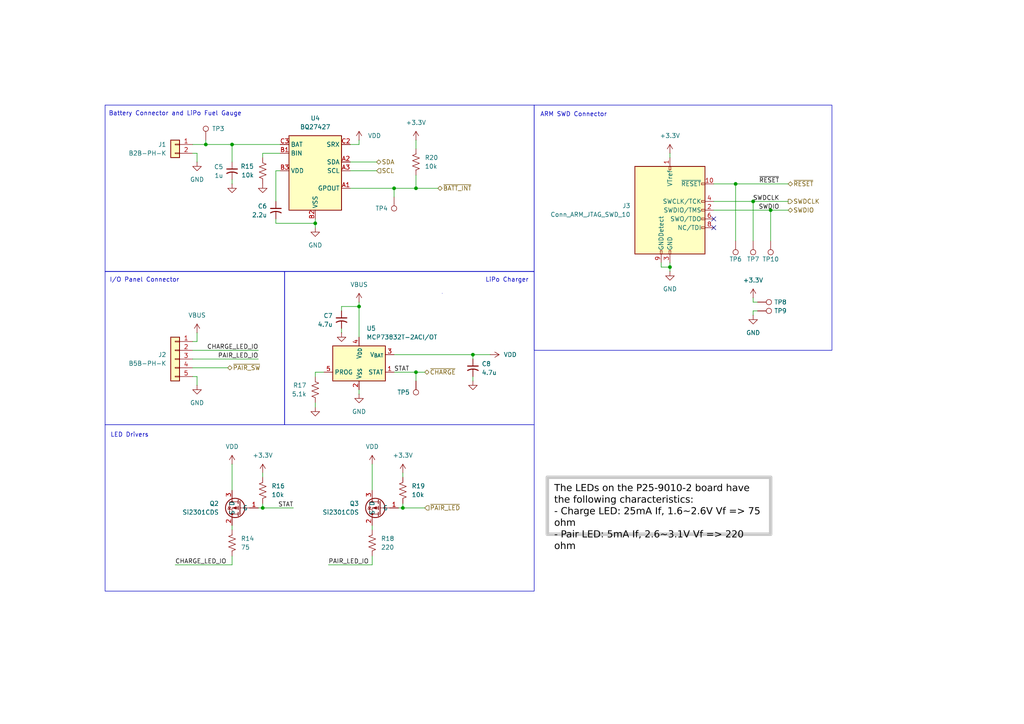
<source format=kicad_sch>
(kicad_sch (version 20250114) (generator "eeschema") (generator_version "9.0")
  (paper "A4")
  (title_block (title "Battery Interface") (rev "${REVISION}") (company "${COMPANY}"))
  (lib_symbols
    (symbol "Asym_Battery_Management:BQ27427"
      (property "Reference" "U" (at 3.302 -12.446 0))
      (property "Value" "BQ27427" (at 0 11.684 0))
      (symbol "BQ27427_1_0"
        (pin power_in line (at -10.16 7.62 0) (length 2.54) (name "BAT") (number "C3"))
        (pin input line (at -10.16 5.08 0) (length 2.54) (name "BIN") (number "B1"))
        (pin power_out line (at -10.16 0 0) (length 2.54) (name "VDD") (number "B3"))
        (pin power_out line (at 0 -13.97 90) (length 2.54) (name "VSS") (number "B2"))
        (pin power_out line (at 0 -13.97 90) (length 2.54) (hide yes) (name "VSS") (number "C1"))
        (pin power_out line (at 10.16 7.62 180) (length 2.54) (name "SRX") (number "C2"))
        (pin bidirectional line (at 10.16 2.54 180) (length 2.54) (name "SDA") (number "A2"))
        (pin input line (at 10.16 0 180) (length 2.54) (name "SCL") (number "A3"))
        (pin open_collector line (at 10.16 -5.08 180) (length 2.54) (name "GPOUT") (number "A1"))
      )
      (symbol "BQ27427_1_1"
        (rectangle (start -7.62 10.16) (end 7.62 -11.43) (stroke (width 0.254)) (fill (type background)))
      )
    )
    (symbol "Asym_Transistor_FET:Si2301CDS"
      (property "Reference" "Q" (at 2.54 2.032 0))
      (property "Value" "Si2301CDS" (at 2.54 0 0))
      (symbol "Si2301CDS_0_1"
        (polyline (pts (xy -2.286 1.905) (xy -2.286 -1.905)) (stroke (width 0.254)))
        (polyline (pts (xy -2.286 0) (xy -5.08 0)))
        (polyline (pts (xy -1.778 2.286) (xy -1.778 1.27)) (stroke (width 0.254)))
        (polyline (pts (xy -1.778 1.778) (xy 0.762 1.778) (xy 0.762 -1.778) (xy -1.778 -1.778)))
        (polyline (pts (xy -1.778 0.508) (xy -1.778 -0.508)) (stroke (width 0.254)))
        (polyline (pts (xy -1.778 -1.27) (xy -1.778 -2.286)) (stroke (width 0.254)))
        (circle (center -0.889 0) (radius 2.794) (stroke (width 0.254)))
        (polyline (pts (xy -0.254 0) (xy -1.27 0.381) (xy -1.27 -0.381) (xy -0.254 0)) (fill (type outline)))
        (polyline (pts (xy 0 2.54) (xy 0 1.778)))
        (circle (center 0 1.778) (radius 0.254) (fill (type outline)))
        (circle (center 0 -1.778) (radius 0.254) (fill (type outline)))
        (polyline (pts (xy 0 -2.54) (xy 0 0) (xy -1.778 0)))
        (polyline (pts (xy 0.254 -0.508) (xy 0.381 -0.381) (xy 1.143 -0.381) (xy 1.27 -0.254)))
        (polyline (pts (xy 0.762 -0.381) (xy 0.381 0.254) (xy 1.143 0.254) (xy 0.762 -0.381)))
      )
      (symbol "Si2301CDS_1_1"
        (pin input line (at -7.62 0 0) (length 2.54) (name "G") (number "1"))
        (pin passive line (at 0 5.08 270) (length 2.54) (name "D") (number "3"))
        (pin passive line (at 0 -5.08 90) (length 2.54) (name "S") (number "2"))
      )
    )
    (symbol "Battery_Management:MCP73831-2-OT"
      (property "Reference" "U" (at -7.62 6.35 0))
      (property "Value" "MCP73831-2-OT" (at 1.27 6.35 0))
      (symbol "MCP73831-2-OT_0_1"
        (rectangle (start -7.62 5.08) (end 7.62 -5.08) (stroke (width 0.254)) (fill (type background)))
      )
      (symbol "MCP73831-2-OT_1_1"
        (pin input line (at -10.16 -2.54 0) (length 2.54) (name "PROG") (number "5"))
        (pin power_in line (at 0 7.62 270) (length 2.54) (name "V_{DD}") (number "4"))
        (pin power_in line (at 0 -7.62 90) (length 2.54) (name "V_{SS}") (number "2"))
        (pin power_out line (at 10.16 2.54 180) (length 2.54) (name "V_{BAT}") (number "3"))
        (pin tri_state line (at 10.16 -2.54 180) (length 2.54) (name "STAT") (number "1"))
      )
    )
    (symbol "Connector:Conn_ARM_JTAG_SWD_10" (pin_names (offset 1.016))
      (property "Reference" "J" (at -2.54 16.51 0))
      (property "Value" "Conn_ARM_JTAG_SWD_10" (at -2.54 13.97 0))
      (symbol "Conn_ARM_JTAG_SWD_10_0_1"
        (rectangle (start -10.16 12.7) (end 10.16 -12.7) (stroke (width 0.254)) (fill (type background)))
        (rectangle (start -2.794 -12.7) (end -2.286 -11.684))
        (rectangle (start -0.254 12.7) (end 0.254 11.684))
        (rectangle (start -0.254 -12.7) (end 0.254 -11.684))
        (rectangle (start 9.144 2.286) (end 10.16 2.794))
        (rectangle (start 10.16 7.874) (end 9.144 7.366))
        (rectangle (start 10.16 -0.254) (end 9.144 0.254))
        (rectangle (start 10.16 -2.794) (end 9.144 -2.286))
      )
      (symbol "Conn_ARM_JTAG_SWD_10_1_1"
        (rectangle (start 9.144 -5.334) (end 10.16 -4.826))
        (pin no_connect line (at -10.16 0 0) (length 2.54) (hide yes) (name "KEY") (number "7"))
        (pin passive line (at -2.54 -15.24 90) (length 2.54) (name "GNDDetect") (number "9"))
        (pin power_in line (at 0 15.24 270) (length 2.54) (name "VTref") (number "1"))
        (pin power_in line (at 0 -15.24 90) (length 2.54) (name "GND") (number "3"))
        (pin passive line (at 0 -15.24 90) (length 2.54) (hide yes) (name "GND") (number "5"))
        (pin open_collector line (at 12.7 7.62 180) (length 2.54) (name "~{RESET}") (number "10"))
        (pin output line (at 12.7 2.54 180) (length 2.54) (name "SWCLK/TCK") (number "4"))
        (pin bidirectional line (at 12.7 0 180) (length 2.54) (name "SWDIO/TMS") (number "2"))
        (pin input line (at 12.7 -2.54 180) (length 2.54) (name "SWO/TDO") (number "6"))
        (pin output line (at 12.7 -5.08 180) (length 2.54) (name "NC/TDI") (number "8"))
      )
    )
    (symbol "Connector:TestPoint" (pin_numbers (hide yes)) (pin_names (offset 0.762) (hide yes))
      (property "Reference" "TP" (at 0 6.858 0))
      (property "Value" "TestPoint" (at 0 5.08 0))
      (symbol "TestPoint_0_1"
        (circle (center 0 3.302) (radius 0.762))
      )
      (symbol "TestPoint_1_1"
        (pin passive line (at 0 0 90) (length 2.54) (name "1") (number "1"))
      )
    )
    (symbol "Connector_Generic:Conn_01x02" (pin_names (offset 1.016) (hide yes))
      (property "Reference" "J" (at 0 2.54 0))
      (property "Value" "Conn_01x02" (at 0 -5.08 0))
      (symbol "Conn_01x02_1_1"
        (rectangle (start -1.27 1.27) (end 1.27 -3.81) (stroke (width 0.254)) (fill (type background)))
        (rectangle (start -1.27 0.127) (end 0 -0.127) (stroke (width 0.1524)))
        (rectangle (start -1.27 -2.413) (end 0 -2.667) (stroke (width 0.1524)))
        (pin passive line (at -5.08 0 0) (length 3.81) (name "Pin_1") (number "1"))
        (pin passive line (at -5.08 -2.54 0) (length 3.81) (name "Pin_2") (number "2"))
      )
    )
    (symbol "Connector_Generic:Conn_01x05" (pin_names (offset 1.016) (hide yes))
      (property "Reference" "J" (at 0 7.62 0))
      (property "Value" "Conn_01x05" (at 0 -7.62 0))
      (symbol "Conn_01x05_1_1"
        (rectangle (start -1.27 6.35) (end 1.27 -6.35) (stroke (width 0.254)) (fill (type background)))
        (rectangle (start -1.27 5.207) (end 0 4.953) (stroke (width 0.1524)))
        (rectangle (start -1.27 2.667) (end 0 2.413) (stroke (width 0.1524)))
        (rectangle (start -1.27 0.127) (end 0 -0.127) (stroke (width 0.1524)))
        (rectangle (start -1.27 -2.413) (end 0 -2.667) (stroke (width 0.1524)))
        (rectangle (start -1.27 -4.953) (end 0 -5.207) (stroke (width 0.1524)))
        (pin passive line (at -5.08 5.08 0) (length 3.81) (name "Pin_1") (number "1"))
        (pin passive line (at -5.08 2.54 0) (length 3.81) (name "Pin_2") (number "2"))
        (pin passive line (at -5.08 0 0) (length 3.81) (name "Pin_3") (number "3"))
        (pin passive line (at -5.08 -2.54 0) (length 3.81) (name "Pin_4") (number "4"))
        (pin passive line (at -5.08 -5.08 0) (length 3.81) (name "Pin_5") (number "5"))
      )
    )
    (symbol "Device:C_Small_US" (pin_numbers (hide yes)) (pin_names (offset 0.254) (hide yes))
      (property "Reference" "C" (at 0.254 1.778 0))
      (property "Value" "C_Small_US" (at 0.254 -2.032 0))
      (symbol "C_Small_US_0_1"
        (polyline (pts (xy -1.524 0.508) (xy 1.524 0.508)) (stroke (width 0.3048)))
        (arc (start -1.524 -0.762) (mid 0 -0.3734) (end 1.524 -0.762) (stroke (width 0.3048)))
      )
      (symbol "C_Small_US_1_1"
        (pin passive line (at 0 2.54 270) (length 2.032) (name "~") (number "1"))
        (pin passive line (at 0 -2.54 90) (length 2.032) (name "~") (number "2"))
      )
    )
    (symbol "Device:R_US" (pin_numbers (hide yes)) (pin_names (offset 0))
      (property "Reference" "R" (at 2.54 0 90))
      (property "Value" "R_US" (at -2.54 0 90))
      (symbol "R_US_0_1"
        (polyline (pts (xy 0 2.286) (xy 0 2.54)))
        (polyline (pts (xy 0 2.286) (xy 1.016 1.905) (xy 0 1.524) (xy -1.016 1.143) (xy 0 0.762)))
        (polyline (pts (xy 0 0.762) (xy 1.016 0.381) (xy 0 0) (xy -1.016 -0.381) (xy 0 -0.762)))
        (polyline (pts (xy 0 -0.762) (xy 1.016 -1.143) (xy 0 -1.524) (xy -1.016 -1.905) (xy 0 -2.286)))
        (polyline (pts (xy 0 -2.286) (xy 0 -2.54)))
      )
      (symbol "R_US_1_1"
        (pin passive line (at 0 3.81 270) (length 1.27) (name "~") (number "1"))
        (pin passive line (at 0 -3.81 90) (length 1.27) (name "~") (number "2"))
      )
    )
    (symbol "power:+3.3V" (power) (pin_numbers (hide yes)) (pin_names (offset 0) (hide yes))
      (property "Value" "+3.3V" (at 0 3.556 0))
      (symbol "+3.3V_0_1"
        (polyline (pts (xy -0.762 1.27) (xy 0 2.54)))
        (polyline (pts (xy 0 2.54) (xy 0.762 1.27)))
        (polyline (pts (xy 0 0) (xy 0 2.54)))
      )
      (symbol "+3.3V_1_1"
        (pin power_in line (at 0 0 90) (length 0) (name "~") (number "1"))
      )
    )
    (symbol "power:GND" (power) (pin_numbers (hide yes)) (pin_names (offset 0) (hide yes))
      (property "Value" "GND" (at 0 -3.81 0))
      (symbol "GND_0_1"
        (polyline (pts (xy 0 0) (xy 0 -1.27) (xy 1.27 -1.27) (xy 0 -2.54) (xy -1.27 -1.27) (xy 0 -1.27)))
      )
      (symbol "GND_1_1"
        (pin power_in line (at 0 0 270) (length 0) (name "~") (number "1"))
      )
    )
    (symbol "power:VBUS" (power) (pin_numbers (hide yes)) (pin_names (offset 0) (hide yes))
      (property "Value" "VBUS" (at 0 3.556 0))
      (symbol "VBUS_0_1"
        (polyline (pts (xy -0.762 1.27) (xy 0 2.54)))
        (polyline (pts (xy 0 2.54) (xy 0.762 1.27)))
        (polyline (pts (xy 0 0) (xy 0 2.54)))
      )
      (symbol "VBUS_1_1"
        (pin power_in line (at 0 0 90) (length 0) (name "~") (number "1"))
      )
    )
    (symbol "power:VDD" (power) (pin_numbers (hide yes)) (pin_names (offset 0) (hide yes))
      (property "Value" "VDD" (at 0 3.556 0))
      (symbol "VDD_0_1"
        (polyline (pts (xy -0.762 1.27) (xy 0 2.54)))
        (polyline (pts (xy 0 2.54) (xy 0.762 1.27)))
        (polyline (pts (xy 0 0) (xy 0 2.54)))
      )
      (symbol "VDD_1_1"
        (pin power_in line (at 0 0 90) (length 0) (name "~") (number "1"))
      )
    )
  )
  (rectangle (start 30.48 78.74) (end 82.55 123.19))
  (rectangle (start 154.94 30.48) (end 241.3 101.6))
  (rectangle (start 30.48 123.19) (end 154.94 171.45))
  (rectangle (start 128.27 85.09) (end 128.27 85.09))
  (rectangle (start 82.55 78.74) (end 154.94 123.19))
  (rectangle (start 30.48 30.48) (end 154.94 78.74))
  (text "LED Drivers" (at 37.592 126.238 0) (effects (font (size 1.27 1.27))))
  (text "I/O Panel Connector" (at 41.91 81.28 0) (effects (font (size 1.27 1.27))))
  (text "Battery Connector and LiPo Fuel Gauge" (at 50.8 33.02 0) (effects (font (size 1.27 1.27))))
  (text "ARM SWD Connector" (at 166.37 33.274 0) (effects (font (size 1.27 1.27))))
  (text "LiPo Charger" (at 147.066 81.28 0) (effects (font (size 1.27 1.27))))
  (text_box "The LEDs on the P25-9010-2 board have the following characteristics:\n- Charge LED: 25mA If, 1.6~2.6V Vf => 75 ohm\n- Pair LED: 5mA If, 2.6~3.1V Vf => 220 ohm" (at 158.75 138.43 0) (size 64.77 16.51) (margins 2 2 2 2) (stroke (width 1) (color 200 200 200 1)) (effects (font (size 2 2)) (justify left top)))
  (junction (at 223.52 60.96))
  (junction (at 120.65 54.61))
  (junction (at 114.3 54.61))
  (junction (at 137.16 102.87))
  (junction (at 59.69 41.91))
  (junction (at 104.14 88.9))
  (junction (at 76.2 147.32))
  (junction (at 91.44 64.77))
  (junction (at 213.36 53.34))
  (junction (at 218.44 58.42))
  (junction (at 120.65 107.95))
  (junction (at 116.84 147.32))
  (junction (at 67.31 41.91))
  (junction (at 194.31 77.47))
  (no_connect (at 207.01 66.04))
  (no_connect (at 207.01 63.5))
  (wire (pts (xy 57.15 44.45) (xy 57.15 46.99)))
  (wire (pts (xy 104.14 87.63) (xy 104.14 88.9)))
  (wire (pts (xy 55.88 109.22) (xy 57.15 109.22)))
  (wire (pts (xy 93.98 107.95) (xy 91.44 107.95)))
  (wire (pts (xy 59.69 41.91) (xy 67.31 41.91)))
  (wire (pts (xy 116.84 147.32) (xy 116.84 146.05)))
  (wire (pts (xy 91.44 116.84) (xy 91.44 118.11)))
  (wire (pts (xy 76.2 44.45) (xy 76.2 45.72)))
  (wire (pts (xy 67.31 52.07) (xy 67.31 53.34)))
  (wire (pts (xy 114.3 54.61) (xy 114.3 57.15)))
  (wire (pts (xy 213.36 53.34) (xy 213.36 69.85)))
  (wire (pts (xy 81.28 41.91) (xy 67.31 41.91)))
  (wire (pts (xy 223.52 60.96) (xy 228.6 60.96)))
  (wire (pts (xy 104.14 113.03) (xy 104.14 114.3)))
  (wire (pts (xy 219.71 87.63) (xy 218.44 87.63)))
  (wire (pts (xy 120.65 40.64) (xy 120.65 43.18)))
  (wire (pts (xy 91.44 63.5) (xy 91.44 64.77)))
  (wire (pts (xy 76.2 147.32) (xy 76.2 146.05)))
  (wire (pts (xy 120.65 110.49) (xy 120.65 107.95)))
  (wire (pts (xy 114.3 54.61) (xy 120.65 54.61)))
  (wire (pts (xy 91.44 64.77) (xy 91.44 66.04)))
  (wire (pts (xy 104.14 41.91) (xy 101.6 41.91)))
  (wire (pts (xy 194.31 44.45) (xy 194.31 45.72)))
  (wire (pts (xy 116.84 147.32) (xy 123.19 147.32)))
  (wire (pts (xy 191.77 76.2) (xy 191.77 77.47)))
  (wire (pts (xy 50.8 163.83) (xy 67.31 163.83)))
  (wire (pts (xy 218.44 58.42) (xy 218.44 69.85)))
  (wire (pts (xy 55.88 104.14) (xy 74.93 104.14)))
  (wire (pts (xy 99.06 95.25) (xy 99.06 96.52)))
  (wire (pts (xy 55.88 99.06) (xy 57.15 99.06)))
  (wire (pts (xy 67.31 134.62) (xy 67.31 142.24)))
  (wire (pts (xy 223.52 60.96) (xy 223.52 69.85)))
  (wire (pts (xy 194.31 76.2) (xy 194.31 77.47)))
  (wire (pts (xy 81.28 44.45) (xy 76.2 44.45)))
  (wire (pts (xy 207.01 60.96) (xy 223.52 60.96)))
  (wire (pts (xy 115.57 147.32) (xy 116.84 147.32)))
  (wire (pts (xy 81.28 49.53) (xy 80.01 49.53)))
  (wire (pts (xy 191.77 77.47) (xy 194.31 77.47)))
  (wire (pts (xy 137.16 102.87) (xy 137.16 104.14)))
  (wire (pts (xy 91.44 107.95) (xy 91.44 109.22)))
  (wire (pts (xy 218.44 90.17) (xy 218.44 91.44)))
  (wire (pts (xy 213.36 53.34) (xy 228.6 53.34)))
  (wire (pts (xy 194.31 77.47) (xy 194.31 78.74)))
  (wire (pts (xy 120.65 107.95) (xy 123.19 107.95)))
  (wire (pts (xy 107.95 161.29) (xy 107.95 163.83)))
  (wire (pts (xy 55.88 101.6) (xy 74.93 101.6)))
  (wire (pts (xy 55.88 106.68) (xy 66.04 106.68)))
  (wire (pts (xy 55.88 41.91) (xy 59.69 41.91)))
  (wire (pts (xy 76.2 147.32) (xy 85.09 147.32)))
  (wire (pts (xy 207.01 58.42) (xy 218.44 58.42)))
  (wire (pts (xy 80.01 63.5) (xy 80.01 64.77)))
  (wire (pts (xy 120.65 54.61) (xy 127 54.61)))
  (wire (pts (xy 57.15 109.22) (xy 57.15 111.76)))
  (wire (pts (xy 101.6 46.99) (xy 109.22 46.99)))
  (wire (pts (xy 74.93 147.32) (xy 76.2 147.32)))
  (wire (pts (xy 107.95 152.4) (xy 107.95 153.67)))
  (wire (pts (xy 95.25 163.83) (xy 107.95 163.83)))
  (wire (pts (xy 107.95 134.62) (xy 107.95 142.24)))
  (wire (pts (xy 67.31 41.91) (xy 67.31 46.99)))
  (wire (pts (xy 218.44 87.63) (xy 218.44 86.36)))
  (wire (pts (xy 80.01 64.77) (xy 91.44 64.77)))
  (wire (pts (xy 218.44 58.42) (xy 228.6 58.42)))
  (wire (pts (xy 219.71 90.17) (xy 218.44 90.17)))
  (wire (pts (xy 99.06 90.17) (xy 99.06 88.9)))
  (wire (pts (xy 104.14 88.9) (xy 104.14 97.79)))
  (wire (pts (xy 99.06 88.9) (xy 104.14 88.9)))
  (wire (pts (xy 55.88 44.45) (xy 57.15 44.45)))
  (wire (pts (xy 207.01 53.34) (xy 213.36 53.34)))
  (wire (pts (xy 114.3 102.87) (xy 137.16 102.87)))
  (wire (pts (xy 80.01 49.53) (xy 80.01 58.42)))
  (wire (pts (xy 67.31 163.83) (xy 67.31 161.29)))
  (wire (pts (xy 137.16 109.22) (xy 137.16 110.49)))
  (wire (pts (xy 101.6 49.53) (xy 109.22 49.53)))
  (wire (pts (xy 104.14 40.64) (xy 104.14 41.91)))
  (wire (pts (xy 137.16 102.87) (xy 142.24 102.87)))
  (wire (pts (xy 76.2 138.43) (xy 76.2 137.16)))
  (wire (pts (xy 57.15 99.06) (xy 57.15 96.52)))
  (wire (pts (xy 101.6 54.61) (xy 114.3 54.61)))
  (wire (pts (xy 67.31 152.4) (xy 67.31 153.67)))
  (wire (pts (xy 120.65 50.8) (xy 120.65 54.61)))
  (wire (pts (xy 59.69 40.64) (xy 59.69 41.91)))
  (wire (pts (xy 116.84 138.43) (xy 116.84 137.16)))
  (wire (pts (xy 114.3 107.95) (xy 120.65 107.95)))
  (label "CHARGE_LED_IO" (at 74.93 101.6 180))
  (label "~{RESET}" (at 226.06 53.34 180))
  (label "SWDCLK" (at 226.06 58.42 180))
  (label "PAIR_LED_IO" (at 74.93 104.14 180))
  (label "STAT" (at 85.09 147.32 180))
  (label "SWDIO" (at 226.06 60.96 180))
  (label "CHARGE_LED_IO" (at 50.8 163.83 0))
  (label "STAT" (at 114.3 107.95 0))
  (label "PAIR_LED_IO" (at 95.25 163.83 0))
  (hierarchical_label "SCL" (shape input) (at 109.22 49.53 0))
  (hierarchical_label "~{BATT_INT}" (shape bidirectional) (at 127 54.61 0))
  (hierarchical_label "~{RESET}" (shape bidirectional) (at 228.6 53.34 0))
  (hierarchical_label "~{PAIR_LED}" (shape input) (at 123.19 147.32 0))
  (hierarchical_label "SDA" (shape bidirectional) (at 109.22 46.99 0))
  (hierarchical_label "~{CHARGE}" (shape tri_state) (at 123.19 107.95 0))
  (hierarchical_label "SWDIO" (shape bidirectional) (at 228.6 60.96 0))
  (hierarchical_label "~{PAIR_SW}" (shape bidirectional) (at 66.04 106.68 0))
  (hierarchical_label "SWDCLK" (shape output) (at 228.6 58.42 0))
  (symbol (lib_id "Asym_Battery_Management:BQ27427") (at 91.44 49.53 0) (unit 1)
    (property "Reference" "U4" (at 91.44 34.29 0))
    (property "Value" "BQ27427" (at 91.44 36.83 0))
    (property "Footprint" "Package_BGA:Texas_DSBGA-9_1.62x1.58mm_Layout3x3_P0.5mm" (effects (hide yes)))
    (property "Datasheet" "https://www.ti.com/lit/ds/symlink/bq27427.pdf" (effects (hide yes)))
    (property "Description" "Li-Ion/Li-Po battery monitor and fuel guage" (effects (hide yes)))
    (property "Manufacturer" "Texas Instruments" (effects (hide yes)))
    (property "Manufacturer PN" "BQ27427YZFR" (effects (hide yes)))
    (property "LCSC" "C6075475" (effects (hide yes)))
  )
  (symbol (lib_id "Connector:Conn_ARM_JTAG_SWD_10") (at 194.31 60.96 0) (unit 1)
    (property "Reference" "J3" (at 182.88 59.6899 0) (effects (justify right)))
    (property "Value" "Conn_ARM_JTAG_SWD_10" (at 182.88 62.2299 0) (effects (justify right)))
    (property "Footprint" "Connector_PinHeader_1.27mm:PinHeader_2x05_P1.27mm_Vertical_SMD" (effects (hide yes)))
    (property "Datasheet" "http://infocenter.arm.com/help/topic/com.arm.doc.ddi0314h/DDI0314H_coresight_components_trm.pdf" (effects (hide yes)))
    (property "Description" "Cortex Debug Connector, standard ARM Cortex-M SWD and JTAG interface" (effects (hide yes)))
    (property "LCSC" "C150517" (effects (hide yes)))
    (property "Manufacturer" "Amphenol ICC" (effects (hide yes)))
    (property "Manufacturer PN" "20021121-00010C4LF" (effects (hide yes)))
  )
  (symbol (lib_id "Device:R_US") (at 76.2 142.24 0) (mirror y) (unit 1)
    (property "Reference" "R16" (at 78.74 140.9699 0) (effects (justify right)))
    (property "Value" "10k" (at 78.74 143.5099 0) (effects (justify right)))
    (property "Footprint" "Resistor_SMD:R_0603_1608Metric" (effects (hide yes)))
    (property "Datasheet" "https://www.royalohm.com/assets/pdf/products/smd/1.pdf" (effects (hide yes)))
    (property "Description" "Resistor, US symbol" (effects (hide yes)))
    (property "Manufacturer" "Uni-Royal" (effects (hide yes)))
    (property "Manufacturer PN" "0603WAF1002T5E" (effects (hide yes)))
    (property "LCSC" "C25804" (effects (hide yes)))
  )
  (symbol (lib_id "Device:C_Small_US") (at 67.31 49.53 0) (unit 1)
    (property "Reference" "C5" (at 64.77 48.3869 0) (effects (justify right)))
    (property "Value" "1u" (at 64.77 50.9269 0) (effects (justify right)))
    (property "Footprint" "Capacitor_SMD:C_0603_1608Metric" (effects (hide yes)))
    (property "Datasheet" "https://weblib.samsungsem.com/mlcc/mlcc-ec-data-sheet.do?partNumber=CL10A105KB8NNNC" (effects (hide yes)))
    (property "Description" "capacitor, small US symbol" (effects (hide yes)))
    (property "LCSC" "C15849" (effects (hide yes)))
    (property "Manufacturer" "Samsung Electro-Mechanics" (effects (hide yes)))
    (property "Manufacturer PN" "CL10A105KB8NNNC" (effects (hide yes)))
  )
  (symbol (lib_id "Connector:TestPoint") (at 120.65 110.49 180) (unit 1)
    (property "Reference" "TP5" (at 118.872 113.792 0) (effects (justify left)))
    (property "Value" "TestPoint" (effects (hide yes)))
    (property "Footprint" "TestPoint:TestPoint_Pad_D1.5mm" (effects (hide yes)))
    (property "Description" "test point" (effects (hide yes)))
  )
  (symbol (lib_id "Connector_Generic:Conn_01x05") (at 50.8 104.14 0) (mirror y) (unit 1)
    (property "Reference" "J2" (at 48.26 102.8699 0) (effects (justify left)))
    (property "Value" "B5B-PH-K" (at 48.26 105.4099 0) (effects (justify left)))
    (property "Footprint" "Connector_JST:JST_PH_B5B-PH-K_1x05_P2.00mm_Vertical" (effects (hide yes)))
    (property "Datasheet" "https://www.jst.com/wp-content/uploads/2025/06/ePH.pdf" (effects (hide yes)))
    (property "Description" "Generic connector, single row, 01x05, script generated (kicad-library-utils/schlib/autogen/connector/)" (effects (hide yes)))
    (property "Manufacturer" "JST" (effects (hide yes)))
    (property "Manufacturer PN" "S5B-PH-SM4-TB" (effects (hide yes)))
    (property "LCSC" "C265104" (effects (hide yes)))
  )
  (symbol (lib_id "Connector:TestPoint") (at 219.71 87.63 270) (unit 1)
    (property "Reference" "TP8" (at 224.536 87.63 90) (effects (justify left)))
    (property "Value" "TestPoint" (effects (hide yes)))
    (property "Footprint" "TestPoint:TestPoint_Pad_D1.5mm" (effects (hide yes)))
    (property "Description" "test point" (effects (hide yes)))
  )
  (symbol (lib_id "power:GND") (at 104.14 114.3 0) (unit 1)
    (property "Reference" "#PWR032" (effects (hide yes)))
    (property "Value" "GND" (at 104.14 119.38 0))
    (property "Description" "Power symbol creates a global label with name \"GND\" , ground" (effects (hide yes)))
  )
  (symbol (lib_id "power:+3.3V") (at 194.31 44.45 0) (unit 1)
    (property "Reference" "#PWR038" (effects (hide yes)))
    (property "Value" "+3.3V" (at 194.31 39.37 0))
    (property "Description" "Power symbol creates a global label with name \"+3.3V\"" (effects (hide yes)))
  )
  (symbol (lib_id "Connector_Generic:Conn_01x02") (at 50.8 41.91 0) (mirror y) (unit 1)
    (property "Reference" "J1" (at 48.26 41.9099 0) (effects (justify left)))
    (property "Value" "B2B-PH-K" (at 48.26 44.4499 0) (effects (justify left)))
    (property "Footprint" "Connector_JST:JST_PH_B2B-PH-K_1x02_P2.00mm_Vertical" (effects (hide yes)))
    (property "Datasheet" "https://www.jst.com/wp-content/uploads/2025/06/ePH.pdf" (effects (hide yes)))
    (property "Description" "Generic connector, single row, 01x02, script generated (kicad-library-utils/schlib/autogen/connector/)" (effects (hide yes)))
    (property "Manufacturer" "JST" (effects (hide yes)))
    (property "Manufacturer PN" "S2B-PH-SM4-TB" (effects (hide yes)))
    (property "LCSC" "C295747" (effects (hide yes)))
  )
  (symbol (lib_id "Device:R_US") (at 107.95 157.48 0) (mirror y) (unit 1)
    (property "Reference" "R18" (at 110.49 156.2099 0) (effects (justify right)))
    (property "Value" "220" (at 110.49 158.7499 0) (effects (justify right)))
    (property "Footprint" "Resistor_SMD:R_0603_1608Metric" (effects (hide yes)))
    (property "Datasheet" "https://www.royalohm.com/assets/pdf/products/smd/1.pdf" (effects (hide yes)))
    (property "Description" "Resistor, US symbol" (effects (hide yes)))
    (property "Manufacturer" "Uni-Royal" (effects (hide yes)))
    (property "Manufacturer PN" "0603WAF2200T5E" (effects (hide yes)))
    (property "LCSC" "C22962" (effects (hide yes)))
  )
  (symbol (lib_id "Asym_Transistor_FET:Si2301CDS") (at 107.95 147.32 0) (mirror y) (unit 1)
    (property "Reference" "Q3" (at 104.14 146.0499 0) (effects (justify left)))
    (property "Value" "Si2301CDS" (at 104.14 148.5899 0) (effects (justify left)))
    (property "Footprint" "Package_TO_SOT_SMD:SOT-23" (effects (hide yes)))
    (property "Datasheet" "https://www.vishay.com/doc/?68741" (effects (hide yes)))
    (property "Description" "-3.1A Id, -20V Vds, P-Channel MOSFET, SOT-23" (effects (hide yes)))
    (property "Manufacturer" "Vishay" (effects (hide yes)))
    (property "Manufacturer PN" "Si2301CDS-T1-GE3" (effects (hide yes)))
    (property "LCSC" "C10487" (effects (hide yes)))
  )
  (symbol (lib_id "power:GND") (at 218.44 91.44 0) (unit 1)
    (property "Reference" "#PWR041" (effects (hide yes)))
    (property "Value" "GND" (at 218.44 96.52 0))
    (property "Description" "Power symbol creates a global label with name \"GND\" , ground" (effects (hide yes)))
  )
  (symbol (lib_id "power:VBUS") (at 104.14 87.63 0) (unit 1)
    (property "Reference" "#PWR031" (effects (hide yes)))
    (property "Value" "VBUS" (at 104.14 82.55 0))
    (property "Description" "Power symbol creates a global label with name \"VBUS\"" (effects (hide yes)))
  )
  (symbol (lib_id "power:+3.3V") (at 116.84 137.16 0) (unit 1)
    (property "Reference" "#PWR034" (effects (hide yes)))
    (property "Value" "+3.3V" (at 116.84 132.08 0))
    (property "Description" "Power symbol creates a global label with name \"+3.3V\"" (effects (hide yes)))
  )
  (symbol (lib_id "power:VDD") (at 107.95 134.62 0) (unit 1)
    (property "Reference" "#PWR033" (effects (hide yes)))
    (property "Value" "VDD" (at 107.95 129.54 0))
    (property "Description" "Power symbol creates a global label with name \"VDD\"" (effects (hide yes)))
  )
  (symbol (lib_id "power:GND") (at 91.44 66.04 0) (unit 1)
    (property "Reference" "#PWR027" (effects (hide yes)))
    (property "Value" "GND" (at 91.44 71.12 0))
    (property "Description" "Power symbol creates a global label with name \"GND\" , ground" (effects (hide yes)))
  )
  (symbol (lib_id "power:VDD") (at 67.31 134.62 0) (unit 1)
    (property "Reference" "#PWR024" (effects (hide yes)))
    (property "Value" "VDD" (at 67.31 129.54 0))
    (property "Description" "Power symbol creates a global label with name \"VDD\"" (effects (hide yes)))
  )
  (symbol (lib_id "power:GND") (at 137.16 110.49 0) (unit 1)
    (property "Reference" "#PWR036" (effects (hide yes)))
    (property "Value" "GND" (effects (hide yes)))
    (property "Description" "Power symbol creates a global label with name \"GND\" , ground" (effects (hide yes)))
  )
  (symbol (lib_id "power:VDD") (at 142.24 102.87 270) (unit 1)
    (property "Reference" "#PWR037" (effects (hide yes)))
    (property "Value" "VDD" (at 146.05 102.8699 90) (effects (justify left)))
    (property "Description" "Power symbol creates a global label with name \"VDD\"" (effects (hide yes)))
  )
  (symbol (lib_id "power:GND") (at 91.44 118.11 0) (unit 1)
    (property "Reference" "#PWR028" (effects (hide yes)))
    (property "Value" "GND" (effects (hide yes)))
    (property "Description" "Power symbol creates a global label with name \"GND\" , ground" (effects (hide yes)))
  )
  (symbol (lib_id "power:+3.3V") (at 76.2 137.16 0) (unit 1)
    (property "Reference" "#PWR026" (effects (hide yes)))
    (property "Value" "+3.3V" (at 76.2 132.08 0))
    (property "Description" "Power symbol creates a global label with name \"+3.3V\"" (effects (hide yes)))
  )
  (symbol (lib_id "power:VBUS") (at 57.15 96.52 0) (unit 1)
    (property "Reference" "#PWR021" (effects (hide yes)))
    (property "Value" "VBUS" (at 57.15 91.44 0))
    (property "Description" "Power symbol creates a global label with name \"VBUS\"" (effects (hide yes)))
  )
  (symbol (lib_id "power:GND") (at 57.15 46.99 0) (unit 1)
    (property "Reference" "#PWR020" (effects (hide yes)))
    (property "Value" "GND" (at 57.15 52.07 0))
    (property "Description" "Power symbol creates a global label with name \"GND\" , ground" (effects (hide yes)))
  )
  (symbol (lib_id "Device:R_US") (at 91.44 113.03 0) (unit 1)
    (property "Reference" "R17" (at 88.9 111.7599 0) (effects (justify right)))
    (property "Value" "5.1k" (at 88.9 114.2999 0) (effects (justify right)))
    (property "Footprint" "Resistor_SMD:R_0603_1608Metric" (effects (hide yes)))
    (property "Datasheet" "https://www.royalohm.com/assets/pdf/products/smd/1.pdf" (effects (hide yes)))
    (property "Description" "Resistor, US symbol" (effects (hide yes)))
    (property "Manufacturer" "Uni-Royal" (effects (hide yes)))
    (property "Manufacturer PN" "0603WAF5101T5E" (effects (hide yes)))
    (property "LCSC" "C23186" (effects (hide yes)))
  )
  (symbol (lib_id "Connector:TestPoint") (at 219.71 90.17 270) (unit 1)
    (property "Reference" "TP9" (at 224.536 90.17 90) (effects (justify left)))
    (property "Value" "TestPoint" (effects (hide yes)))
    (property "Footprint" "TestPoint:TestPoint_Pad_D1.5mm" (effects (hide yes)))
    (property "Description" "test point" (effects (hide yes)))
  )
  (symbol (lib_id "Device:R_US") (at 76.2 49.53 0) (unit 1)
    (property "Reference" "R15" (at 73.66 48.2599 0) (effects (justify right)))
    (property "Value" "10k" (at 73.66 50.7999 0) (effects (justify right)))
    (property "Footprint" "Resistor_SMD:R_0603_1608Metric" (effects (hide yes)))
    (property "Datasheet" "https://www.royalohm.com/assets/pdf/products/smd/1.pdf" (effects (hide yes)))
    (property "Description" "Resistor, US symbol" (effects (hide yes)))
    (property "Manufacturer" "Uni-Royal" (effects (hide yes)))
    (property "Manufacturer PN" "0603WAF1002T5E" (effects (hide yes)))
    (property "LCSC" "C25804" (effects (hide yes)))
  )
  (symbol (lib_id "Connector:TestPoint") (at 59.69 40.64 0) (unit 1)
    (property "Reference" "TP3" (at 61.468 37.338 0) (effects (justify left)))
    (property "Value" "TestPoint" (effects (hide yes)))
    (property "Footprint" "TestPoint:TestPoint_Pad_D1.5mm" (effects (hide yes)))
    (property "Description" "test point" (effects (hide yes)))
  )
  (symbol (lib_id "power:+3.3V") (at 120.65 40.64 0) (unit 1)
    (property "Reference" "#PWR035" (effects (hide yes)))
    (property "Value" "+3.3V" (at 120.65 35.56 0))
    (property "Description" "Power symbol creates a global label with name \"+3.3V\"" (effects (hide yes)))
  )
  (symbol (lib_id "Connector:TestPoint") (at 218.44 69.85 180) (unit 1)
    (property "Reference" "TP7" (at 218.44 75.184 0))
    (property "Value" "TestPoint" (effects (hide yes)))
    (property "Footprint" "TestPoint:TestPoint_Pad_D1.5mm" (effects (hide yes)))
    (property "Description" "test point" (effects (hide yes)))
  )
  (symbol (lib_id "Connector:TestPoint") (at 223.52 69.85 180) (unit 1)
    (property "Reference" "TP10" (at 223.52 75.184 0))
    (property "Value" "TestPoint" (effects (hide yes)))
    (property "Footprint" "TestPoint:TestPoint_Pad_D1.5mm" (effects (hide yes)))
    (property "Description" "test point" (effects (hide yes)))
  )
  (symbol (lib_id "Connector:TestPoint") (at 114.3 57.15 180) (unit 1)
    (property "Reference" "TP4" (at 112.522 60.452 0) (effects (justify left)))
    (property "Value" "TestPoint" (effects (hide yes)))
    (property "Footprint" "TestPoint:TestPoint_Pad_D1.5mm" (effects (hide yes)))
    (property "Description" "test point" (effects (hide yes)))
  )
  (symbol (lib_id "power:GND") (at 67.31 53.34 0) (unit 1)
    (property "Reference" "#PWR023" (effects (hide yes)))
    (property "Value" "GND" (effects (hide yes)))
    (property "Description" "Power symbol creates a global label with name \"GND\" , ground" (effects (hide yes)))
  )
  (symbol (lib_id "power:+3.3V") (at 218.44 86.36 0) (unit 1)
    (property "Reference" "#PWR040" (effects (hide yes)))
    (property "Value" "+3.3V" (at 218.44 81.28 0))
    (property "Description" "Power symbol creates a global label with name \"+3.3V\"" (effects (hide yes)))
  )
  (symbol (lib_id "power:GND") (at 99.06 96.52 0) (unit 1)
    (property "Reference" "#PWR029" (effects (hide yes)))
    (property "Value" "GND" (effects (hide yes)))
    (property "Description" "Power symbol creates a global label with name \"GND\" , ground" (effects (hide yes)))
  )
  (symbol (lib_id "Connector:TestPoint") (at 213.36 69.85 180) (unit 1)
    (property "Reference" "TP6" (at 213.36 75.184 0))
    (property "Value" "TestPoint" (effects (hide yes)))
    (property "Footprint" "TestPoint:TestPoint_Pad_D1.5mm" (effects (hide yes)))
    (property "Description" "test point" (effects (hide yes)))
  )
  (symbol (lib_id "power:GND") (at 194.31 78.74 0) (unit 1)
    (property "Reference" "#PWR039" (effects (hide yes)))
    (property "Value" "GND" (at 194.31 83.82 0))
    (property "Description" "Power symbol creates a global label with name \"GND\" , ground" (effects (hide yes)))
  )
  (symbol (lib_id "Device:R_US") (at 120.65 46.99 0) (mirror y) (unit 1)
    (property "Reference" "R20" (at 123.19 45.7199 0) (effects (justify right)))
    (property "Value" "10k" (at 123.19 48.2599 0) (effects (justify right)))
    (property "Footprint" "Resistor_SMD:R_0603_1608Metric" (effects (hide yes)))
    (property "Datasheet" "https://www.royalohm.com/assets/pdf/products/smd/1.pdf" (effects (hide yes)))
    (property "Description" "Resistor, US symbol" (effects (hide yes)))
    (property "Manufacturer" "Uni-Royal" (effects (hide yes)))
    (property "Manufacturer PN" "0603WAF1002T5E" (effects (hide yes)))
    (property "LCSC" "C25804" (effects (hide yes)))
  )
  (symbol (lib_id "Device:C_Small_US") (at 137.16 106.68 0) (mirror y) (unit 1)
    (property "Reference" "C8" (at 139.7 105.5369 0) (effects (justify right)))
    (property "Value" "4.7u" (at 139.7 108.0769 0) (effects (justify right)))
    (property "Footprint" "Capacitor_SMD:C_0603_1608Metric" (effects (hide yes)))
    (property "Datasheet" "https://weblib.samsungsem.com/mlcc/mlcc-ec-data-sheet.do?partNumber=CL10A475KO8NNNC" (effects (hide yes)))
    (property "Description" "capacitor, small US symbol" (effects (hide yes)))
    (property "LCSC" "C19666" (effects (hide yes)))
    (property "Manufacturer" "Samsung Electro-Mechanics" (effects (hide yes)))
    (property "Manufacturer PN" "CL10A475KO8NNNC" (effects (hide yes)))
  )
  (symbol (lib_id "Device:R_US") (at 67.31 157.48 0) (mirror y) (unit 1)
    (property "Reference" "R14" (at 69.85 156.2099 0) (effects (justify right)))
    (property "Value" "75" (at 69.85 158.7499 0) (effects (justify right)))
    (property "Footprint" "Resistor_SMD:R_0603_1608Metric" (effects (hide yes)))
    (property "Datasheet" "https://www.royalohm.com/assets/pdf/products/smd/1.pdf" (effects (hide yes)))
    (property "Description" "Resistor, US symbol" (effects (hide yes)))
    (property "Manufacturer" "Uni-Royal" (effects (hide yes)))
    (property "Manufacturer PN" "0603WAF750JT5E" (effects (hide yes)))
    (property "LCSC" "C4275" (effects (hide yes)))
  )
  (symbol (lib_id "Battery_Management:MCP73831-2-OT") (at 104.14 105.41 0) (unit 1)
    (property "Reference" "U5" (at 106.2833 95.25 0) (effects (justify left)))
    (property "Value" "MCP73832T-2ACI/OT" (at 106.2833 97.79 0) (effects (justify left)))
    (property "Footprint" "Package_TO_SOT_SMD:SOT-23-5" (effects (hide yes)))
    (property "Datasheet" "http://ww1.microchip.com/downloads/en/DeviceDoc/20001984g.pdf" (effects (hide yes)))
    (property "Description" "Single cell, Li-Ion/Li-Po charge management controller, 4.20V, Tri-State Status Output, in SOT23-5 package" (effects (hide yes)))
    (property "LCSC" "C424093" (effects (hide yes)))
    (property "Manufacturer" "Microchip" (effects (hide yes)))
    (property "Manufacturer PN" "MCP73832T-2ACI/OT" (effects (hide yes)))
  )
  (symbol (lib_id "power:GND") (at 57.15 111.76 0) (unit 1)
    (property "Reference" "#PWR022" (effects (hide yes)))
    (property "Value" "GND" (at 57.15 116.84 0))
    (property "Description" "Power symbol creates a global label with name \"GND\" , ground" (effects (hide yes)))
  )
  (symbol (lib_id "Device:C_Small_US") (at 80.01 60.96 0) (unit 1)
    (property "Reference" "C6" (at 77.47 59.8169 0) (effects (justify right)))
    (property "Value" "2.2u" (at 77.47 62.3569 0) (effects (justify right)))
    (property "Footprint" "Capacitor_SMD:C_0603_1608Metric" (effects (hide yes)))
    (property "Datasheet" "https://weblib.samsungsem.com/mlcc/mlcc-ec-data-sheet.do?partNumber=CL10A225KO8NNN" (effects (hide yes)))
    (property "Description" "capacitor, small US symbol" (effects (hide yes)))
    (property "LCSC" "C23630" (effects (hide yes)))
    (property "Manufacturer" "Samsung Electro-Mechanics" (effects (hide yes)))
    (property "Manufacturer PN" "CL10A225KO8NNNC" (effects (hide yes)))
  )
  (symbol (lib_id "power:VDD") (at 104.14 40.64 0) (unit 1)
    (property "Reference" "#PWR030" (effects (hide yes)))
    (property "Value" "VDD" (at 106.68 39.3699 0) (effects (justify left)))
    (property "Description" "Power symbol creates a global label with name \"VDD\"" (effects (hide yes)))
  )
  (symbol (lib_id "Asym_Transistor_FET:Si2301CDS") (at 67.31 147.32 0) (mirror y) (unit 1)
    (property "Reference" "Q2" (at 63.5 146.0499 0) (effects (justify left)))
    (property "Value" "Si2301CDS" (at 63.5 148.5899 0) (effects (justify left)))
    (property "Footprint" "Package_TO_SOT_SMD:SOT-23" (effects (hide yes)))
    (property "Datasheet" "https://www.vishay.com/doc/?68741" (effects (hide yes)))
    (property "Description" "-3.1A Id, -20V Vds, P-Channel MOSFET, SOT-23" (effects (hide yes)))
    (property "Manufacturer" "Vishay" (effects (hide yes)))
    (property "Manufacturer PN" "Si2301CDS-T1-GE3" (effects (hide yes)))
    (property "LCSC" "C10487" (effects (hide yes)))
  )
  (symbol (lib_id "power:GND") (at 76.2 53.34 0) (unit 1)
    (property "Reference" "#PWR025" (effects (hide yes)))
    (property "Value" "GND" (effects (hide yes)))
    (property "Description" "Power symbol creates a global label with name \"GND\" , ground" (effects (hide yes)))
  )
  (symbol (lib_id "Device:R_US") (at 116.84 142.24 0) (mirror y) (unit 1)
    (property "Reference" "R19" (at 119.38 140.9699 0) (effects (justify right)))
    (property "Value" "10k" (at 119.38 143.5099 0) (effects (justify right)))
    (property "Footprint" "Resistor_SMD:R_0603_1608Metric" (effects (hide yes)))
    (property "Datasheet" "https://www.royalohm.com/assets/pdf/products/smd/1.pdf" (effects (hide yes)))
    (property "Description" "Resistor, US symbol" (effects (hide yes)))
    (property "Manufacturer" "Uni-Royal" (effects (hide yes)))
    (property "Manufacturer PN" "0603WAF1002T5E" (effects (hide yes)))
    (property "LCSC" "C25804" (effects (hide yes)))
  )
  (symbol (lib_id "Device:C_Small_US") (at 99.06 92.71 0) (unit 1)
    (property "Reference" "C7" (at 96.52 91.5669 0) (effects (justify right)))
    (property "Value" "4.7u" (at 96.52 94.1069 0) (effects (justify right)))
    (property "Footprint" "Capacitor_SMD:C_0603_1608Metric" (effects (hide yes)))
    (property "Datasheet" "https://weblib.samsungsem.com/mlcc/mlcc-ec-data-sheet.do?partNumber=CL10A475KO8NNNC" (effects (hide yes)))
    (property "Description" "capacitor, small US symbol" (effects (hide yes)))
    (property "LCSC" "C19666" (effects (hide yes)))
    (property "Manufacturer" "Samsung Electro-Mechanics" (effects (hide yes)))
    (property "Manufacturer PN" "CL10A475KO8NNNC" (effects (hide yes)))
  )
)
</source>
